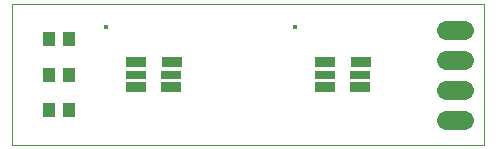
<source format=gts>
G75*
G70*
%OFA0B0*%
%FSLAX24Y24*%
%IPPOS*%
%LPD*%
%AMOC8*
5,1,8,0,0,1.08239X$1,22.5*
%
%ADD10C,0.0000*%
%ADD11C,0.0159*%
%ADD12R,0.0669X0.0335*%
%ADD13R,0.0669X0.0276*%
%ADD14C,0.0640*%
%ADD15R,0.0434X0.0473*%
D10*
X000347Y000347D02*
X016095Y000347D01*
X016095Y005071D01*
X000347Y005071D01*
X000347Y000347D01*
D11*
X003496Y004284D03*
X009796Y004284D03*
D12*
X010780Y003113D03*
X011971Y003113D03*
X011961Y002306D03*
X010780Y002306D03*
X005662Y002306D03*
X004481Y002306D03*
X004481Y003113D03*
X005672Y003113D03*
D13*
X005662Y002709D03*
X004481Y002709D03*
X010780Y002709D03*
X011961Y002709D03*
D14*
X014811Y002209D02*
X015411Y002209D01*
X015411Y001209D02*
X014811Y001209D01*
X014811Y003209D02*
X015411Y003209D01*
X015411Y004209D02*
X014811Y004209D01*
D15*
X002256Y003890D03*
X001587Y003890D03*
X001587Y002709D03*
X002256Y002709D03*
X002256Y001528D03*
X001587Y001528D03*
M02*

</source>
